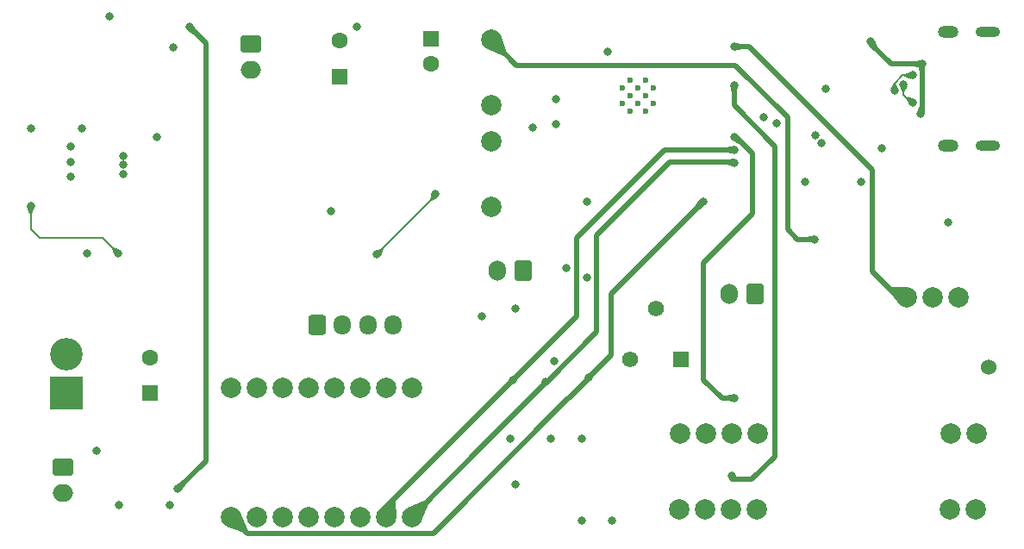
<source format=gbr>
%TF.GenerationSoftware,KiCad,Pcbnew,8.0.1-8.0.1-1~ubuntu22.04.1*%
%TF.CreationDate,2024-04-07T11:52:22+03:00*%
%TF.ProjectId,main-module,6d61696e-2d6d-46f6-9475-6c652e6b6963,rev?*%
%TF.SameCoordinates,Original*%
%TF.FileFunction,Copper,L2,Inr*%
%TF.FilePolarity,Positive*%
%FSLAX46Y46*%
G04 Gerber Fmt 4.6, Leading zero omitted, Abs format (unit mm)*
G04 Created by KiCad (PCBNEW 8.0.1-8.0.1-1~ubuntu22.04.1) date 2024-04-07 11:52:22*
%MOMM*%
%LPD*%
G01*
G04 APERTURE LIST*
G04 Aperture macros list*
%AMRoundRect*
0 Rectangle with rounded corners*
0 $1 Rounding radius*
0 $2 $3 $4 $5 $6 $7 $8 $9 X,Y pos of 4 corners*
0 Add a 4 corners polygon primitive as box body*
4,1,4,$2,$3,$4,$5,$6,$7,$8,$9,$2,$3,0*
0 Add four circle primitives for the rounded corners*
1,1,$1+$1,$2,$3*
1,1,$1+$1,$4,$5*
1,1,$1+$1,$6,$7*
1,1,$1+$1,$8,$9*
0 Add four rect primitives between the rounded corners*
20,1,$1+$1,$2,$3,$4,$5,0*
20,1,$1+$1,$4,$5,$6,$7,0*
20,1,$1+$1,$6,$7,$8,$9,0*
20,1,$1+$1,$8,$9,$2,$3,0*%
G04 Aperture macros list end*
%TA.AperFunction,ComponentPad*%
%ADD10R,1.560000X1.560000*%
%TD*%
%TA.AperFunction,ComponentPad*%
%ADD11C,1.560000*%
%TD*%
%TA.AperFunction,ComponentPad*%
%ADD12RoundRect,0.250000X0.600000X0.750000X-0.600000X0.750000X-0.600000X-0.750000X0.600000X-0.750000X0*%
%TD*%
%TA.AperFunction,ComponentPad*%
%ADD13O,1.700000X2.000000*%
%TD*%
%TA.AperFunction,ComponentPad*%
%ADD14C,2.000000*%
%TD*%
%TA.AperFunction,ComponentPad*%
%ADD15RoundRect,0.250000X-0.750000X0.600000X-0.750000X-0.600000X0.750000X-0.600000X0.750000X0.600000X0*%
%TD*%
%TA.AperFunction,ComponentPad*%
%ADD16O,2.000000X1.700000*%
%TD*%
%TA.AperFunction,ComponentPad*%
%ADD17O,2.000000X1.200000*%
%TD*%
%TA.AperFunction,ComponentPad*%
%ADD18O,2.400000X1.000000*%
%TD*%
%TA.AperFunction,ComponentPad*%
%ADD19RoundRect,0.250000X-0.600000X-0.725000X0.600000X-0.725000X0.600000X0.725000X-0.600000X0.725000X0*%
%TD*%
%TA.AperFunction,ComponentPad*%
%ADD20O,1.700000X1.950000*%
%TD*%
%TA.AperFunction,ComponentPad*%
%ADD21R,1.600000X1.600000*%
%TD*%
%TA.AperFunction,ComponentPad*%
%ADD22C,1.600000*%
%TD*%
%TA.AperFunction,ComponentPad*%
%ADD23C,1.524000*%
%TD*%
%TA.AperFunction,HeatsinkPad*%
%ADD24C,0.600000*%
%TD*%
%TA.AperFunction,ComponentPad*%
%ADD25R,3.200000X3.200000*%
%TD*%
%TA.AperFunction,ComponentPad*%
%ADD26O,3.200000X3.200000*%
%TD*%
%TA.AperFunction,ViaPad*%
%ADD27C,0.800000*%
%TD*%
%TA.AperFunction,Conductor*%
%ADD28C,0.500000*%
%TD*%
%TA.AperFunction,Conductor*%
%ADD29C,0.200000*%
%TD*%
G04 APERTURE END LIST*
D10*
%TO.N,GNDA*%
%TO.C,RV1*%
X121300000Y-81240000D03*
D11*
%TO.N,Net-(U4-Vin-)*%
X118800000Y-76240000D03*
%TO.N,Net-(D3-A)*%
X116300000Y-81240000D03*
%TD*%
D12*
%TO.N,GNDA*%
%TO.C,J4*%
X105750000Y-72525000D03*
D13*
%TO.N,Net-(J4-Pin_2)*%
X103250000Y-72525000D03*
%TD*%
D14*
%TO.N,/M_ENABLE#*%
%TO.C,U5*%
X77060000Y-96675000D03*
%TO.N,GNDA*%
X79600000Y-96675000D03*
X82140000Y-96675000D03*
%TO.N,unconnected-(U5-PDN{slash}UART1-Pad4)*%
X84680000Y-96675000D03*
%TO.N,unconnected-(U5-PDN{slash}UART2-Pad5)*%
X87220000Y-96675000D03*
%TO.N,unconnected-(U5-EXTERNAL_CLK-Pad6)*%
X89760000Y-96675000D03*
%TO.N,/M_STEP*%
X92300000Y-96675000D03*
%TO.N,/M_DIR*%
X94840000Y-96675000D03*
%TO.N,VD*%
X77060000Y-83975000D03*
%TO.N,GNDPWR*%
X79600000Y-83975000D03*
%TO.N,Net-(J5-Pin_1)*%
X82140000Y-83975000D03*
%TO.N,Net-(J5-Pin_2)*%
X84680000Y-83975000D03*
%TO.N,Net-(J5-Pin_3)*%
X87220000Y-83975000D03*
%TO.N,Net-(J5-Pin_4)*%
X89760000Y-83975000D03*
%TO.N,+3V3*%
X92300000Y-83975000D03*
%TO.N,GNDPWR*%
X94840000Y-83975000D03*
%TD*%
D15*
%TO.N,Net-(D6-A1)*%
%TO.C,J9*%
X60570000Y-91800000D03*
D16*
%TO.N,GNDPWR*%
X60570000Y-94300000D03*
%TD*%
D15*
%TO.N,GNDPWR*%
%TO.C,J1*%
X79060000Y-50250000D03*
D16*
%TO.N,/7.5V_BEFORE_FUSE*%
X79060000Y-52750000D03*
%TD*%
D14*
%TO.N,/FM_OUT_433*%
%TO.C,U7*%
X143495000Y-75100000D03*
%TO.N,+5V*%
X146035000Y-75100000D03*
%TO.N,GNDA*%
X148575000Y-75100000D03*
%TD*%
D17*
%TO.N,GNDA*%
%TO.C,J2*%
X147475000Y-60250000D03*
D18*
X151400000Y-60250000D03*
D17*
X147475000Y-49050000D03*
D18*
X151400000Y-49050000D03*
%TD*%
D19*
%TO.N,Net-(J5-Pin_1)*%
%TO.C,J5*%
X85500000Y-77800000D03*
D20*
%TO.N,Net-(J5-Pin_2)*%
X88000000Y-77800000D03*
%TO.N,Net-(J5-Pin_3)*%
X90500000Y-77800000D03*
%TO.N,Net-(J5-Pin_4)*%
X93000000Y-77800000D03*
%TD*%
D14*
%TO.N,GNDA*%
%TO.C,SW1*%
X102635000Y-56275000D03*
%TO.N,/ESP32_ENABLE*%
X102635000Y-49775000D03*
%TD*%
D21*
%TO.N,+3V3*%
%TO.C,C28*%
X96735000Y-49700000D03*
D22*
%TO.N,GNDA*%
X96735000Y-52200000D03*
%TD*%
D21*
%TO.N,/7.5V_BEFORE_FUSE*%
%TO.C,C4*%
X87735000Y-53400000D03*
D22*
%TO.N,GNDA*%
X87735000Y-49900000D03*
%TD*%
D14*
%TO.N,unconnected-(U6-ANT-Pad1)*%
%TO.C,U6*%
X150300000Y-88500000D03*
%TO.N,GNDA*%
X147760000Y-88500000D03*
%TO.N,+5V*%
X128800000Y-88500000D03*
X126260000Y-88500000D03*
%TO.N,/FM_IN_5V_433*%
X123720000Y-88500000D03*
%TO.N,GNDA*%
X121180000Y-88500000D03*
%TD*%
%TO.N,/CHARGER_START_BUTTON*%
%TO.C,SW5*%
X102635000Y-59750000D03*
%TO.N,GNDA*%
X102635000Y-66250000D03*
%TD*%
D23*
%TO.N,GNDA*%
%TO.C,TP1*%
X151500000Y-82000000D03*
%TD*%
D14*
%TO.N,unconnected-(U11-ANT-Pad1)*%
%TO.C,U11*%
X150235000Y-95900000D03*
%TO.N,GNDA*%
X147695000Y-95900000D03*
%TO.N,+5V*%
X128735000Y-95900000D03*
X126195000Y-95900000D03*
%TO.N,/FM_IN_5V_315*%
X123655000Y-95900000D03*
%TO.N,GNDA*%
X121115000Y-95900000D03*
%TD*%
D21*
%TO.N,Net-(D4-K)*%
%TO.C,C32*%
X69095000Y-84500000D03*
D22*
%TO.N,GNDPWR*%
X69095000Y-81000000D03*
%TD*%
D12*
%TO.N,GNDA*%
%TO.C,J7*%
X128550000Y-74800000D03*
D13*
%TO.N,/LIMIT_SWITCH*%
X126050000Y-74800000D03*
%TD*%
D24*
%TO.N,GNDA*%
%TO.C,U9*%
X115537500Y-54512500D03*
X115537500Y-56037500D03*
X116300000Y-53750000D03*
X116300000Y-55275000D03*
X116300000Y-56800000D03*
X117062500Y-54512500D03*
X117062500Y-56037500D03*
X117825000Y-53750000D03*
X117825000Y-55275000D03*
X117825000Y-56800000D03*
X118587500Y-54512500D03*
X118587500Y-56037500D03*
%TD*%
D25*
%TO.N,Net-(D4-K)*%
%TO.C,D4*%
X60895000Y-84505000D03*
D26*
%TO.N,Net-(D4-A)*%
X60895000Y-80695000D03*
%TD*%
D27*
%TO.N,/M_DIR*%
X108000000Y-83400000D03*
%TO.N,/M_ENABLE#*%
X112200000Y-83000000D03*
%TO.N,/M_STEP*%
X104800000Y-83200000D03*
%TO.N,/NOISE*%
X112000000Y-73200000D03*
%TO.N,GNDA*%
X110000000Y-72200000D03*
%TO.N,/NOISE*%
X109000000Y-55600000D03*
%TO.N,GNDA*%
X108800000Y-81400000D03*
%TO.N,Net-(U4-Vin+)*%
X105000000Y-76200000D03*
%TO.N,+5V*%
X101725000Y-77000000D03*
%TO.N,+3V3*%
X111500000Y-97000000D03*
%TO.N,+5V*%
X108500000Y-89000000D03*
%TO.N,GNDA*%
X111500000Y-89000000D03*
X104500000Y-89000000D03*
%TO.N,+3V3*%
X114500000Y-97000000D03*
%TO.N,+5V*%
X105000000Y-93500000D03*
%TO.N,GNDA*%
X141000000Y-60500000D03*
X71857500Y-93925000D03*
X135535000Y-54600000D03*
X112032500Y-65695000D03*
X73000000Y-48550000D03*
%TO.N,+3V3*%
X114100000Y-51000000D03*
X106700000Y-58400000D03*
%TO.N,GNDPWR*%
X61295000Y-61800000D03*
X61295000Y-63300000D03*
X61295000Y-60300000D03*
%TO.N,+5V*%
X66045000Y-95550000D03*
X147500000Y-67750000D03*
X71395000Y-50600000D03*
%TO.N,/+7.5V_CHARGER_AFTER_FUSE*%
X66495000Y-61200000D03*
X66495000Y-63000000D03*
X66495000Y-62100000D03*
%TO.N,/ESP32_ENABLE*%
X134400000Y-69400000D03*
%TO.N,Net-(D4-K)*%
X62895000Y-70800000D03*
%TO.N,/CHARGER_CURRENT_SENCE*%
X69795000Y-59335000D03*
X71045000Y-95550000D03*
%TO.N,/IC_CHARGER_ENABLE*%
X65100000Y-47535000D03*
X89400000Y-48500000D03*
%TO.N,/CHARGER_FEEDBACK*%
X65995000Y-70800000D03*
X57395000Y-66100000D03*
%TO.N,VBUS*%
X144935000Y-52200000D03*
X144835000Y-57100000D03*
X139935000Y-50000000D03*
%TO.N,/D+*%
X144035000Y-53300000D03*
X142235000Y-54800000D03*
%TO.N,/D-*%
X144035000Y-56000000D03*
X143135000Y-54200000D03*
%TO.N,/LIMIT_SWITCH*%
X109000000Y-58100000D03*
%TO.N,/VM_ENABLE*%
X97165000Y-64970000D03*
X91400000Y-70900000D03*
%TO.N,Net-(Q1-D)*%
X86857500Y-66612500D03*
%TO.N,Net-(Q3-B)*%
X138950000Y-63750000D03*
%TO.N,Net-(Q4-E)*%
X133450000Y-63750000D03*
%TO.N,/CHARGER_ENABLE*%
X62395000Y-58500000D03*
X57395000Y-58500000D03*
%TO.N,/FM_IN_433*%
X126500000Y-85000000D03*
X126492500Y-59365000D03*
%TO.N,/FM_IN_315*%
X126492500Y-54285000D03*
X126235000Y-92600000D03*
%TO.N,/TXD_3V3*%
X134479378Y-59169163D03*
X130700000Y-58000000D03*
%TO.N,/RXD_3V3*%
X135035000Y-60000000D03*
X129400000Y-57400000D03*
%TO.N,/FM_OUT_433*%
X126492500Y-50475000D03*
%TO.N,/M_DIR*%
X126492500Y-61905000D03*
%TO.N,/M_STEP*%
X126492500Y-60635000D03*
%TO.N,/M_ENABLE#*%
X123462500Y-65695000D03*
%TO.N,Net-(D6-A1)*%
X63900000Y-90200000D03*
%TD*%
D28*
%TO.N,/M_DIR*%
X108000000Y-83515000D02*
X102515000Y-89000000D01*
X108000000Y-83400000D02*
X108000000Y-83515000D01*
X108115000Y-83400000D02*
X108000000Y-83400000D01*
%TO.N,/M_ENABLE#*%
X112200000Y-83050000D02*
X110250000Y-85000000D01*
X112200000Y-83000000D02*
X112200000Y-83050000D01*
X112250000Y-83000000D02*
X112200000Y-83000000D01*
%TO.N,/M_STEP*%
X104800000Y-83200000D02*
X92300000Y-95700000D01*
%TO.N,/M_DIR*%
X126492500Y-61905000D02*
X126387500Y-61800000D01*
X126387500Y-61800000D02*
X120200000Y-61800000D01*
X113000000Y-78515000D02*
X108115000Y-83400000D01*
X120200000Y-61800000D02*
X113000000Y-69000000D01*
X113000000Y-69000000D02*
X113000000Y-78515000D01*
X102515000Y-89000000D02*
X102500000Y-89000000D01*
X102500000Y-89000000D02*
X102500000Y-89015000D01*
X102500000Y-89015000D02*
X94840000Y-96675000D01*
%TO.N,/M_STEP*%
X126492500Y-60635000D02*
X126457500Y-60600000D01*
X126457500Y-60600000D02*
X119650000Y-60600000D01*
X111000000Y-69250000D02*
X111000000Y-77000000D01*
X119650000Y-60600000D02*
X111000000Y-69250000D01*
X111000000Y-77000000D02*
X104800000Y-83200000D01*
X92300000Y-95700000D02*
X92300000Y-96675000D01*
%TO.N,GNDA*%
X71857500Y-93925000D02*
X74600000Y-91182500D01*
X74600000Y-91182500D02*
X74600000Y-50150000D01*
X74600000Y-50150000D02*
X73000000Y-48550000D01*
%TO.N,/ESP32_ENABLE*%
X126600000Y-52300000D02*
X131750000Y-57450000D01*
X132700000Y-69400000D02*
X134400000Y-69400000D01*
X131750000Y-57450000D02*
X131750000Y-68450000D01*
X105100000Y-52300000D02*
X126600000Y-52300000D01*
X131750000Y-68450000D02*
X132700000Y-69400000D01*
X102635000Y-49835000D02*
X105100000Y-52300000D01*
D29*
%TO.N,/CHARGER_FEEDBACK*%
X65995000Y-70800000D02*
X64495000Y-69300000D01*
X64495000Y-69300000D02*
X58295000Y-69300000D01*
X58295000Y-69300000D02*
X57395000Y-68400000D01*
X57395000Y-68400000D02*
X57395000Y-66100000D01*
D28*
%TO.N,VBUS*%
X141935000Y-52200000D02*
X139935000Y-50200000D01*
X144935000Y-52200000D02*
X141935000Y-52200000D01*
X144935000Y-52200000D02*
X144935000Y-57000000D01*
D29*
%TO.N,/D+*%
X142235000Y-54110050D02*
X142235000Y-54800000D01*
X143045050Y-53300000D02*
X142235000Y-54110050D01*
X144035000Y-53300000D02*
X143045050Y-53300000D01*
%TO.N,/D-*%
X143935000Y-56000000D02*
X143135000Y-55200000D01*
X143135000Y-55200000D02*
X143135000Y-54200000D01*
%TO.N,/VM_ENABLE*%
X97165000Y-65135000D02*
X97165000Y-64970000D01*
X91400000Y-70900000D02*
X97165000Y-65135000D01*
D28*
%TO.N,/FM_IN_433*%
X126665000Y-59365000D02*
X128300000Y-61000000D01*
X123500000Y-71700000D02*
X123500000Y-83200000D01*
X126492500Y-59365000D02*
X126665000Y-59365000D01*
X125300000Y-85000000D02*
X126500000Y-85000000D01*
X128300000Y-61000000D02*
X128300000Y-66900000D01*
X128300000Y-66900000D02*
X123500000Y-71700000D01*
X123500000Y-83200000D02*
X125300000Y-85000000D01*
%TO.N,/FM_IN_315*%
X126492500Y-54285000D02*
X126492500Y-56257500D01*
X130500000Y-90750000D02*
X128250000Y-93000000D01*
X130500000Y-60265000D02*
X130500000Y-90750000D01*
X126492500Y-56257500D02*
X130500000Y-60265000D01*
X128250000Y-93000000D02*
X126235000Y-93000000D01*
%TO.N,/FM_OUT_433*%
X140100000Y-62600000D02*
X140100000Y-72600000D01*
X140100000Y-72600000D02*
X142600000Y-75100000D01*
X142600000Y-75100000D02*
X143495000Y-75100000D01*
X128000000Y-50500000D02*
X140100000Y-62600000D01*
X126492500Y-50475000D02*
X126517500Y-50500000D01*
X126517500Y-50500000D02*
X128000000Y-50500000D01*
%TO.N,/M_ENABLE#*%
X114435000Y-74765000D02*
X114435000Y-80815000D01*
X96950000Y-98300000D02*
X78685000Y-98300000D01*
X123462500Y-65737500D02*
X114435000Y-74765000D01*
X123462500Y-65695000D02*
X123462500Y-65737500D01*
X110200000Y-85050000D02*
X96950000Y-98300000D01*
X110200000Y-85000000D02*
X110200000Y-85050000D01*
X114435000Y-80815000D02*
X112250000Y-83000000D01*
X110250000Y-85000000D02*
X110200000Y-85000000D01*
X78685000Y-98300000D02*
X77060000Y-96675000D01*
%TD*%
%TA.AperFunction,Conductor*%
%TO.N,/M_STEP*%
G36*
X92859168Y-94803251D02*
G01*
X93201606Y-95145689D01*
X93205010Y-95153233D01*
X93299224Y-96662579D01*
X93296319Y-96671050D01*
X93288276Y-96674985D01*
X93287555Y-96675008D01*
X92304150Y-96675703D01*
X92295875Y-96672282D01*
X92295861Y-96672268D01*
X92206509Y-96582737D01*
X91601444Y-95976461D01*
X91598026Y-95968186D01*
X91601461Y-95959917D01*
X91601722Y-95959664D01*
X92842920Y-94802964D01*
X92851307Y-94799831D01*
X92859168Y-94803251D01*
G37*
%TD.AperFunction*%
%TD*%
%TA.AperFunction,Conductor*%
%TO.N,/M_DIR*%
G36*
X126488612Y-61508657D02*
G01*
X126492511Y-61516718D01*
X126492530Y-61517364D01*
X126493494Y-61902644D01*
X126492593Y-61907175D01*
X126343707Y-62264285D01*
X126337360Y-62270603D01*
X126328958Y-62270796D01*
X125721136Y-62052779D01*
X125714505Y-62046760D01*
X125713386Y-62041766D01*
X125713386Y-61561044D01*
X125716813Y-61552771D01*
X125724410Y-61549363D01*
X126480157Y-61505712D01*
X126488612Y-61508657D01*
G37*
%TD.AperFunction*%
%TD*%
%TA.AperFunction,Conductor*%
%TO.N,/M_DIR*%
G36*
X96079179Y-95086998D02*
G01*
X96082952Y-95089525D01*
X96425474Y-95432047D01*
X96428901Y-95440320D01*
X96428020Y-95444775D01*
X95768340Y-97046851D01*
X95762021Y-97053196D01*
X95753066Y-97053215D01*
X95753054Y-97053210D01*
X94843784Y-96677562D01*
X94837446Y-96671235D01*
X94837437Y-96671215D01*
X94461789Y-95761945D01*
X94461798Y-95752991D01*
X94468134Y-95746665D01*
X96070226Y-95086979D01*
X96079179Y-95086998D01*
G37*
%TD.AperFunction*%
%TD*%
%TA.AperFunction,Conductor*%
%TO.N,/M_STEP*%
G36*
X126487833Y-60239139D02*
G01*
X126492412Y-60246835D01*
X126492533Y-60248485D01*
X126493494Y-60632644D01*
X126492593Y-60637175D01*
X126343268Y-60995337D01*
X126336921Y-61001655D01*
X126329722Y-61002208D01*
X125708415Y-60852162D01*
X125701178Y-60846889D01*
X125699462Y-60840789D01*
X125699462Y-60360125D01*
X125702889Y-60351852D01*
X125709480Y-60348547D01*
X126479154Y-60236935D01*
X126487833Y-60239139D01*
G37*
%TD.AperFunction*%
%TD*%
%TA.AperFunction,Conductor*%
%TO.N,GNDA*%
G36*
X72253275Y-93189404D02*
G01*
X72593095Y-93529224D01*
X72596522Y-93537497D01*
X72594478Y-93544104D01*
X72148283Y-94196237D01*
X72140783Y-94201130D01*
X72132020Y-94199286D01*
X72130375Y-94197924D01*
X71856793Y-93925707D01*
X71856751Y-93925665D01*
X71584575Y-93652124D01*
X71581169Y-93643843D01*
X71584617Y-93635578D01*
X71586256Y-93634220D01*
X72238395Y-93188020D01*
X72247158Y-93186177D01*
X72253275Y-93189404D01*
G37*
%TD.AperFunction*%
%TD*%
%TA.AperFunction,Conductor*%
%TO.N,GNDA*%
G36*
X73289421Y-48277117D02*
G01*
X73290783Y-48278762D01*
X73736978Y-48930895D01*
X73738822Y-48939658D01*
X73735595Y-48945775D01*
X73395775Y-49285595D01*
X73387502Y-49289022D01*
X73380895Y-49286978D01*
X72728762Y-48840783D01*
X72723869Y-48833283D01*
X72725713Y-48824520D01*
X72727075Y-48822875D01*
X72999251Y-48549335D01*
X72999293Y-48549293D01*
X73272875Y-48277075D01*
X73281156Y-48273669D01*
X73289421Y-48277117D01*
G37*
%TD.AperFunction*%
%TD*%
%TA.AperFunction,Conductor*%
%TO.N,/ESP32_ENABLE*%
G36*
X134394942Y-69004435D02*
G01*
X134399835Y-69011935D01*
X134400035Y-69014062D01*
X134401000Y-69400000D01*
X134401000Y-69400058D01*
X134400035Y-69785937D01*
X134396587Y-69794202D01*
X134388306Y-69797608D01*
X134386179Y-69797408D01*
X133609544Y-69651789D01*
X133602044Y-69646896D01*
X133600000Y-69640289D01*
X133600000Y-69159710D01*
X133603427Y-69151437D01*
X133609542Y-69148210D01*
X134386180Y-69002591D01*
X134394942Y-69004435D01*
G37*
%TD.AperFunction*%
%TD*%
%TA.AperFunction,Conductor*%
%TO.N,/ESP32_ENABLE*%
G36*
X103556744Y-49396907D02*
G01*
X103563071Y-49403245D01*
X103563180Y-49403519D01*
X104187300Y-51029376D01*
X104187066Y-51038328D01*
X104184650Y-51041842D01*
X103842110Y-51384382D01*
X103833837Y-51387809D01*
X103829158Y-51386833D01*
X102262832Y-50703467D01*
X102256620Y-50697018D01*
X102256696Y-50688278D01*
X102632438Y-49778782D01*
X102638764Y-49772446D01*
X102638767Y-49772444D01*
X103547791Y-49396898D01*
X103556744Y-49396907D01*
G37*
%TD.AperFunction*%
%TD*%
%TA.AperFunction,Conductor*%
%TO.N,/CHARGER_FEEDBACK*%
G36*
X65507233Y-70166572D02*
G01*
X66075944Y-70400747D01*
X66137256Y-70425994D01*
X66143601Y-70432313D01*
X66143621Y-70441265D01*
X65997563Y-70796195D01*
X65991245Y-70802542D01*
X65991195Y-70802563D01*
X65636265Y-70948621D01*
X65627311Y-70948600D01*
X65620994Y-70942256D01*
X65560851Y-70796195D01*
X65361573Y-70312235D01*
X65361592Y-70303282D01*
X65364116Y-70299512D01*
X65494510Y-70169118D01*
X65502782Y-70165692D01*
X65507233Y-70166572D01*
G37*
%TD.AperFunction*%
%TD*%
%TA.AperFunction,Conductor*%
%TO.N,/CHARGER_FEEDBACK*%
G36*
X57753755Y-66248571D02*
G01*
X57760073Y-66254918D01*
X57760053Y-66263870D01*
X57498000Y-66892800D01*
X57491655Y-66899119D01*
X57487200Y-66900000D01*
X57302800Y-66900000D01*
X57294527Y-66896573D01*
X57292000Y-66892800D01*
X57029945Y-66263868D01*
X57029927Y-66254915D01*
X57036242Y-66248572D01*
X57390500Y-66100875D01*
X57399449Y-66100855D01*
X57753755Y-66248571D01*
G37*
%TD.AperFunction*%
%TD*%
%TA.AperFunction,Conductor*%
%TO.N,VBUS*%
G36*
X140302642Y-49851418D02*
G01*
X140308960Y-49857765D01*
X140308978Y-49857809D01*
X140554645Y-50461825D01*
X140554587Y-50470780D01*
X140552080Y-50474506D01*
X140212199Y-50814387D01*
X140203926Y-50817814D01*
X140195745Y-50814479D01*
X139660593Y-50291094D01*
X139657075Y-50282859D01*
X139660407Y-50274550D01*
X139932630Y-50000963D01*
X139936470Y-49998396D01*
X140293689Y-49851397D01*
X140302642Y-49851418D01*
G37*
%TD.AperFunction*%
%TD*%
%TA.AperFunction,Conductor*%
%TO.N,VBUS*%
G36*
X144929942Y-51804435D02*
G01*
X144934835Y-51811935D01*
X144935035Y-51814062D01*
X144936000Y-52200000D01*
X144936000Y-52200058D01*
X144935035Y-52585937D01*
X144931587Y-52594202D01*
X144923306Y-52597608D01*
X144921179Y-52597408D01*
X144144544Y-52451789D01*
X144137044Y-52446896D01*
X144135000Y-52440289D01*
X144135000Y-51959710D01*
X144138427Y-51951437D01*
X144144542Y-51948210D01*
X144921180Y-51802591D01*
X144929942Y-51804435D01*
G37*
%TD.AperFunction*%
%TD*%
%TA.AperFunction,Conductor*%
%TO.N,VBUS*%
G36*
X145182299Y-56323318D02*
G01*
X145185702Y-56330843D01*
X145234204Y-57087583D01*
X145231313Y-57096058D01*
X145223276Y-57100007D01*
X145222557Y-57100031D01*
X144837355Y-57100994D01*
X144832824Y-57100093D01*
X144734468Y-57059086D01*
X144475636Y-56951174D01*
X144469318Y-56944827D01*
X144469095Y-56936511D01*
X144682257Y-56327723D01*
X144688226Y-56321049D01*
X144693300Y-56319891D01*
X145174026Y-56319891D01*
X145182299Y-56323318D01*
G37*
%TD.AperFunction*%
%TD*%
%TA.AperFunction,Conductor*%
%TO.N,VBUS*%
G36*
X145320939Y-52199964D02*
G01*
X145329202Y-52203412D01*
X145332608Y-52211693D01*
X145332408Y-52213820D01*
X145186790Y-52990456D01*
X145181897Y-52997956D01*
X145175290Y-53000000D01*
X144694710Y-53000000D01*
X144686437Y-52996573D01*
X144683210Y-52990456D01*
X144537591Y-52213820D01*
X144539435Y-52205057D01*
X144546935Y-52200164D01*
X144549052Y-52199964D01*
X144935000Y-52199000D01*
X145320939Y-52199964D01*
G37*
%TD.AperFunction*%
%TD*%
%TA.AperFunction,Conductor*%
%TO.N,/D+*%
G36*
X142250488Y-53970562D02*
G01*
X142253126Y-53972543D01*
X142381852Y-54101269D01*
X142384418Y-54105138D01*
X142600181Y-54636170D01*
X142600121Y-54645124D01*
X142593830Y-54651379D01*
X142238789Y-54798839D01*
X142229834Y-54798848D01*
X142229799Y-54798833D01*
X141877475Y-54651941D01*
X141871157Y-54645594D01*
X141871178Y-54636640D01*
X141871717Y-54635518D01*
X142234601Y-53975179D01*
X142241587Y-53969581D01*
X142250488Y-53970562D01*
G37*
%TD.AperFunction*%
%TD*%
%TA.AperFunction,Conductor*%
%TO.N,/D+*%
G36*
X143886428Y-52941244D02*
G01*
X144034123Y-53295498D01*
X144034144Y-53304452D01*
X144034123Y-53304502D01*
X143886428Y-53658755D01*
X143880081Y-53665073D01*
X143871129Y-53665053D01*
X143242200Y-53402999D01*
X143235881Y-53396654D01*
X143235000Y-53392199D01*
X143235000Y-53207800D01*
X143238427Y-53199527D01*
X143242200Y-53197000D01*
X143871131Y-52934945D01*
X143880084Y-52934927D01*
X143886428Y-52941244D01*
G37*
%TD.AperFunction*%
%TD*%
%TA.AperFunction,Conductor*%
%TO.N,/D-*%
G36*
X143506663Y-55425562D02*
G01*
X144175709Y-55626730D01*
X144182645Y-55632393D01*
X144183544Y-55641303D01*
X144183160Y-55642386D01*
X144037563Y-55996195D01*
X144031245Y-56002542D01*
X144031195Y-56002563D01*
X143675329Y-56149006D01*
X143666375Y-56148985D01*
X143660504Y-56143599D01*
X143586894Y-56002542D01*
X143362521Y-55572582D01*
X143361733Y-55563664D01*
X143364620Y-55558900D01*
X143495027Y-55428493D01*
X143503299Y-55425067D01*
X143506663Y-55425562D01*
G37*
%TD.AperFunction*%
%TD*%
%TA.AperFunction,Conductor*%
%TO.N,/D-*%
G36*
X143493755Y-54348571D02*
G01*
X143500073Y-54354918D01*
X143500053Y-54363870D01*
X143238000Y-54992800D01*
X143231655Y-54999119D01*
X143227200Y-55000000D01*
X143042800Y-55000000D01*
X143034527Y-54996573D01*
X143032000Y-54992800D01*
X142769945Y-54363868D01*
X142769927Y-54354915D01*
X142776242Y-54348572D01*
X143130500Y-54200875D01*
X143139449Y-54200855D01*
X143493755Y-54348571D01*
G37*
%TD.AperFunction*%
%TD*%
%TA.AperFunction,Conductor*%
%TO.N,/VM_ENABLE*%
G36*
X91896717Y-70266592D02*
G01*
X91900490Y-70269119D01*
X92030880Y-70399509D01*
X92034307Y-70407782D01*
X92033426Y-70412237D01*
X91774005Y-71042256D01*
X91767686Y-71048601D01*
X91758734Y-71048621D01*
X91403804Y-70902563D01*
X91397457Y-70896245D01*
X91397436Y-70896195D01*
X91251378Y-70541265D01*
X91251399Y-70532311D01*
X91257742Y-70525994D01*
X91887764Y-70266573D01*
X91896717Y-70266592D01*
G37*
%TD.AperFunction*%
%TD*%
%TA.AperFunction,Conductor*%
%TO.N,/VM_ENABLE*%
G36*
X96808145Y-64822152D02*
G01*
X96827931Y-64830294D01*
X97161195Y-64967436D01*
X97167542Y-64973754D01*
X97167563Y-64973804D01*
X97314260Y-65330288D01*
X97314239Y-65339242D01*
X97309506Y-65344745D01*
X96776784Y-65667726D01*
X96767933Y-65669085D01*
X96762445Y-65665994D01*
X96632122Y-65535671D01*
X96628695Y-65527398D01*
X96629005Y-65524726D01*
X96792305Y-64830292D01*
X96797533Y-64823025D01*
X96806371Y-64821583D01*
X96808145Y-64822152D01*
G37*
%TD.AperFunction*%
%TD*%
%TA.AperFunction,Conductor*%
%TO.N,/FM_IN_433*%
G36*
X126783312Y-59090733D02*
G01*
X126783584Y-59091016D01*
X127296369Y-59642240D01*
X127299495Y-59650631D01*
X127296076Y-59658482D01*
X126956167Y-59998391D01*
X126947894Y-60001818D01*
X126943173Y-60000823D01*
X126349868Y-59739156D01*
X126343681Y-59732682D01*
X126343768Y-59724000D01*
X126490896Y-59366470D01*
X126493464Y-59362630D01*
X126766440Y-59091016D01*
X126766766Y-59090690D01*
X126775047Y-59087285D01*
X126783312Y-59090733D01*
G37*
%TD.AperFunction*%
%TD*%
%TA.AperFunction,Conductor*%
%TO.N,/FM_IN_433*%
G36*
X126494942Y-84604435D02*
G01*
X126499835Y-84611935D01*
X126500035Y-84614062D01*
X126501000Y-85000000D01*
X126501000Y-85000058D01*
X126500035Y-85385937D01*
X126496587Y-85394202D01*
X126488306Y-85397608D01*
X126486179Y-85397408D01*
X125709544Y-85251789D01*
X125702044Y-85246896D01*
X125700000Y-85240289D01*
X125700000Y-84759710D01*
X125703427Y-84751437D01*
X125709542Y-84748210D01*
X126486180Y-84602591D01*
X126494942Y-84604435D01*
G37*
%TD.AperFunction*%
%TD*%
%TA.AperFunction,Conductor*%
%TO.N,/FM_IN_315*%
G36*
X126878439Y-54284964D02*
G01*
X126886702Y-54288412D01*
X126890108Y-54296693D01*
X126889908Y-54298820D01*
X126744290Y-55075456D01*
X126739397Y-55082956D01*
X126732790Y-55085000D01*
X126252210Y-55085000D01*
X126243937Y-55081573D01*
X126240710Y-55075456D01*
X126095091Y-54298820D01*
X126096935Y-54290057D01*
X126104435Y-54285164D01*
X126106552Y-54284964D01*
X126492500Y-54284000D01*
X126878439Y-54284964D01*
G37*
%TD.AperFunction*%
%TD*%
%TA.AperFunction,Conductor*%
%TO.N,/FM_IN_315*%
G36*
X126631573Y-92603427D02*
G01*
X126635000Y-92611700D01*
X126635000Y-93230949D01*
X126631573Y-93239222D01*
X126623300Y-93242649D01*
X126618009Y-93241384D01*
X126091569Y-92974441D01*
X126085740Y-92967643D01*
X126086039Y-92959557D01*
X126231017Y-92607247D01*
X126237335Y-92600901D01*
X126241837Y-92600000D01*
X126623300Y-92600000D01*
X126631573Y-92603427D01*
G37*
%TD.AperFunction*%
%TD*%
%TA.AperFunction,Conductor*%
%TO.N,/FM_OUT_433*%
G36*
X143491424Y-74103494D02*
G01*
X143495006Y-74111701D01*
X143495008Y-74111914D01*
X143495703Y-75095849D01*
X143492282Y-75104124D01*
X143492268Y-75104138D01*
X142796736Y-75798281D01*
X142788459Y-75801700D01*
X142780190Y-75798265D01*
X142779666Y-75797704D01*
X141635745Y-74490328D01*
X141632876Y-74481846D01*
X141636276Y-74474352D01*
X141978755Y-74131873D01*
X141986805Y-74128449D01*
X143483088Y-74100224D01*
X143491424Y-74103494D01*
G37*
%TD.AperFunction*%
%TD*%
%TA.AperFunction,Conductor*%
%TO.N,/FM_OUT_433*%
G36*
X127278397Y-50247944D02*
G01*
X127285715Y-50253104D01*
X127287527Y-50259358D01*
X127287527Y-50739995D01*
X127284100Y-50748268D01*
X127277644Y-50751553D01*
X126505982Y-50872880D01*
X126497277Y-50870780D01*
X126492607Y-50863139D01*
X126492465Y-50861362D01*
X126491505Y-50477350D01*
X126492404Y-50472829D01*
X126641791Y-50114517D01*
X126648138Y-50108200D01*
X126655157Y-50107606D01*
X127278397Y-50247944D01*
G37*
%TD.AperFunction*%
%TD*%
%TA.AperFunction,Conductor*%
%TO.N,/M_ENABLE#*%
G36*
X123102107Y-65545696D02*
G01*
X123461027Y-65693396D01*
X123464869Y-65695964D01*
X123735774Y-65968226D01*
X123739180Y-65976507D01*
X123735732Y-65984772D01*
X123734425Y-65985894D01*
X123107168Y-66448510D01*
X123098475Y-66450663D01*
X123091950Y-66447367D01*
X122752079Y-66107496D01*
X122748652Y-66099223D01*
X122750414Y-66093049D01*
X123087720Y-65550338D01*
X123094996Y-65545122D01*
X123102107Y-65545696D01*
G37*
%TD.AperFunction*%
%TD*%
%TA.AperFunction,Conductor*%
%TO.N,/M_ENABLE#*%
G36*
X77982008Y-96296798D02*
G01*
X77988334Y-96303135D01*
X78648020Y-97905224D01*
X78648001Y-97914179D01*
X78645474Y-97917952D01*
X78302952Y-98260474D01*
X78294679Y-98263901D01*
X78290224Y-98263020D01*
X77443041Y-97914179D01*
X76688147Y-97603339D01*
X76681803Y-97597021D01*
X76681784Y-97588067D01*
X77057438Y-96678782D01*
X77063764Y-96672446D01*
X77063767Y-96672444D01*
X77973055Y-96296789D01*
X77982008Y-96296798D01*
G37*
%TD.AperFunction*%
%TD*%
M02*

</source>
